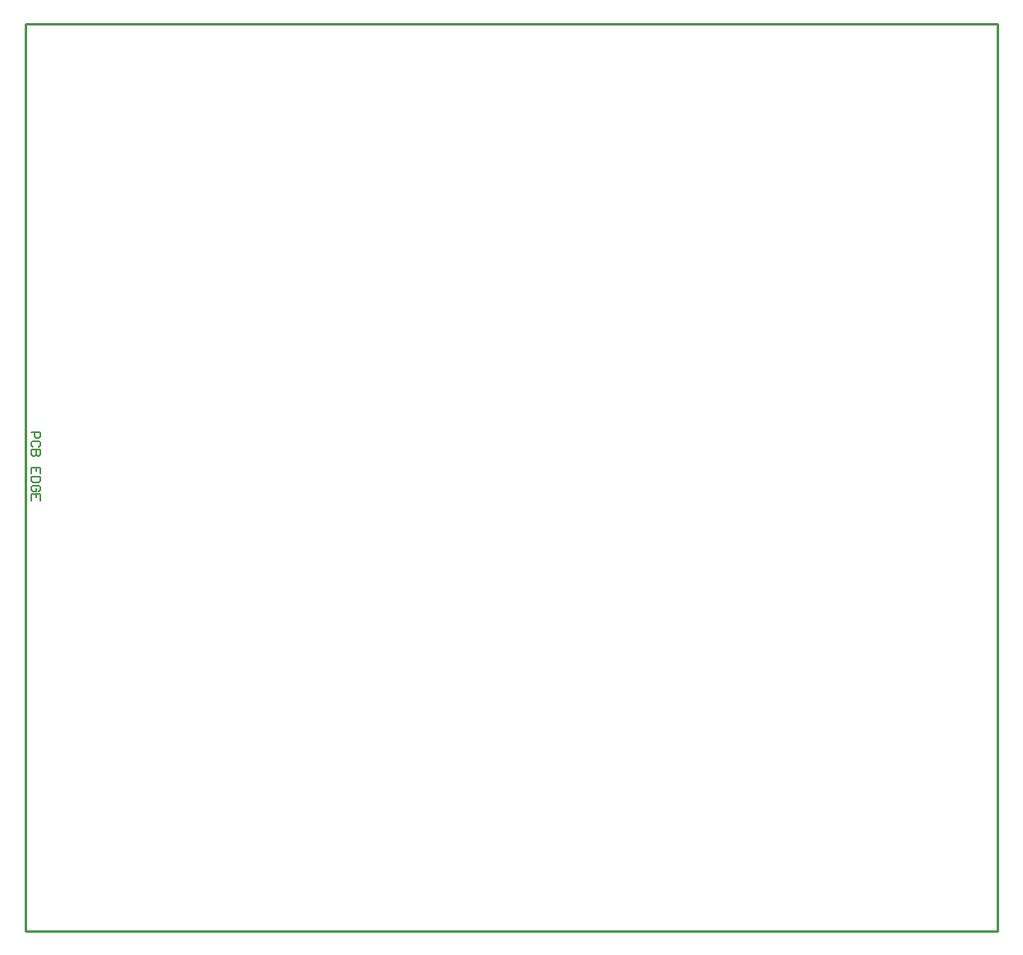
<source format=gm1>
G04*
G04 #@! TF.GenerationSoftware,Altium Limited,Altium Designer,18.1.9 (240)*
G04*
G04 Layer_Color=16711935*
%FSLAX25Y25*%
%MOIN*%
G70*
G01*
G75*
%ADD11C,0.01000*%
%ADD15C,0.00800*%
%ADD106C,0.00394*%
D11*
X5500Y0D02*
X399201D01*
X399201Y367201D02*
X399201Y0D01*
X5500Y367201D02*
X399201D01*
X5500Y0D02*
Y367201D01*
D15*
X7925Y202047D02*
X11524D01*
Y200248D01*
X10924Y199648D01*
X9725D01*
X9125Y200248D01*
Y202047D01*
X10924Y196049D02*
X11524Y196649D01*
Y197849D01*
X10924Y198448D01*
X8525D01*
X7925Y197849D01*
Y196649D01*
X8525Y196049D01*
X11524Y194850D02*
X7925D01*
Y193050D01*
X8525Y192450D01*
X9125D01*
X9725Y193050D01*
Y194850D01*
Y193050D01*
X10324Y192450D01*
X10924D01*
X11524Y193050D01*
Y194850D01*
Y185253D02*
Y187652D01*
X7925D01*
Y185253D01*
X9725Y187652D02*
Y186452D01*
X11524Y184053D02*
X7925D01*
Y182254D01*
X8525Y181654D01*
X10924D01*
X11524Y182254D01*
Y184053D01*
X10924Y178055D02*
X11524Y178655D01*
Y179854D01*
X10924Y180454D01*
X8525D01*
X7925Y179854D01*
Y178655D01*
X8525Y178055D01*
X9725D01*
Y179255D01*
X11524Y174456D02*
Y176855D01*
X7925D01*
Y174456D01*
X9725Y176855D02*
Y175656D01*
D106*
X5760Y246142D02*
Y248504D01*
Y244961D02*
Y246142D01*
Y244567D02*
Y244961D01*
Y201260D02*
Y244567D01*
M02*

</source>
